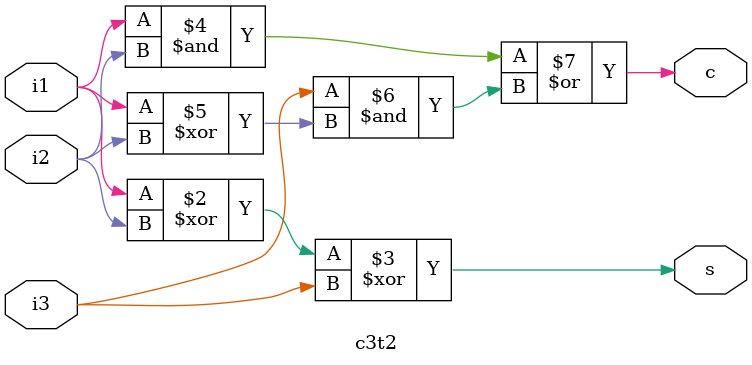
<source format=v>
module c3t2 (
    i1,
    i2,
    i3,
    s,
    c
);

  input i1, i2, i3;
  output s, c;

  reg s, c;

  always @(i1 or i2 or i3) begin
    s = i1 ^ i2 ^ i3;
    c = (i1 & i2) | (i3 & (i1 ^ i2));
  end

endmodule  // c3t2


</source>
